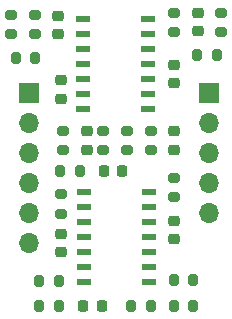
<source format=gts>
G04 #@! TF.GenerationSoftware,KiCad,Pcbnew,7.0.9*
G04 #@! TF.CreationDate,2023-12-12T21:55:40+01:00*
G04 #@! TF.ProjectId,Leveller,4c657665-6c6c-4657-922e-6b696361645f,rev?*
G04 #@! TF.SameCoordinates,Original*
G04 #@! TF.FileFunction,Soldermask,Top*
G04 #@! TF.FilePolarity,Negative*
%FSLAX46Y46*%
G04 Gerber Fmt 4.6, Leading zero omitted, Abs format (unit mm)*
G04 Created by KiCad (PCBNEW 7.0.9) date 2023-12-12 21:55:40*
%MOMM*%
%LPD*%
G01*
G04 APERTURE LIST*
G04 Aperture macros list*
%AMRoundRect*
0 Rectangle with rounded corners*
0 $1 Rounding radius*
0 $2 $3 $4 $5 $6 $7 $8 $9 X,Y pos of 4 corners*
0 Add a 4 corners polygon primitive as box body*
4,1,4,$2,$3,$4,$5,$6,$7,$8,$9,$2,$3,0*
0 Add four circle primitives for the rounded corners*
1,1,$1+$1,$2,$3*
1,1,$1+$1,$4,$5*
1,1,$1+$1,$6,$7*
1,1,$1+$1,$8,$9*
0 Add four rect primitives between the rounded corners*
20,1,$1+$1,$2,$3,$4,$5,0*
20,1,$1+$1,$4,$5,$6,$7,0*
20,1,$1+$1,$6,$7,$8,$9,0*
20,1,$1+$1,$8,$9,$2,$3,0*%
G04 Aperture macros list end*
%ADD10R,1.198880X0.497840*%
%ADD11RoundRect,0.225000X-0.250000X0.225000X-0.250000X-0.225000X0.250000X-0.225000X0.250000X0.225000X0*%
%ADD12RoundRect,0.200000X0.200000X0.275000X-0.200000X0.275000X-0.200000X-0.275000X0.200000X-0.275000X0*%
%ADD13RoundRect,0.200000X-0.200000X-0.275000X0.200000X-0.275000X0.200000X0.275000X-0.200000X0.275000X0*%
%ADD14RoundRect,0.200000X0.275000X-0.200000X0.275000X0.200000X-0.275000X0.200000X-0.275000X-0.200000X0*%
%ADD15R,1.700000X1.700000*%
%ADD16O,1.700000X1.700000*%
%ADD17RoundRect,0.200000X-0.275000X0.200000X-0.275000X-0.200000X0.275000X-0.200000X0.275000X0.200000X0*%
%ADD18RoundRect,0.225000X0.225000X0.250000X-0.225000X0.250000X-0.225000X-0.250000X0.225000X-0.250000X0*%
%ADD19RoundRect,0.225000X0.250000X-0.225000X0.250000X0.225000X-0.250000X0.225000X-0.250000X-0.225000X0*%
%ADD20RoundRect,0.225000X-0.225000X-0.250000X0.225000X-0.250000X0.225000X0.250000X-0.225000X0.250000X0*%
G04 APERTURE END LIST*
D10*
X45221560Y-37070000D03*
X45221560Y-35800000D03*
X45221560Y-34530000D03*
X45221560Y-33260000D03*
X45221560Y-31990000D03*
X45221560Y-30720000D03*
X45221560Y-29450000D03*
X39725000Y-29450000D03*
X39725000Y-30720000D03*
X39725000Y-31990000D03*
X39725000Y-33260000D03*
X39725000Y-34530000D03*
X39725000Y-35800000D03*
X39725000Y-37070000D03*
D11*
X40025000Y-38925000D03*
X40025000Y-40475000D03*
D12*
X45450000Y-53700000D03*
X43800000Y-53700000D03*
D13*
X49400000Y-32500000D03*
X51050000Y-32500000D03*
D11*
X37625000Y-29125000D03*
X37625000Y-30675000D03*
D14*
X33625000Y-30725000D03*
X33625000Y-29075000D03*
D11*
X37825000Y-34625000D03*
X37825000Y-36175000D03*
X37825000Y-47625000D03*
X37825000Y-49175000D03*
D14*
X45425000Y-40525000D03*
X45425000Y-38875000D03*
X51425000Y-30525000D03*
X51425000Y-28875000D03*
D15*
X50380000Y-35660000D03*
D16*
X50380000Y-38200000D03*
X50380000Y-40740000D03*
X50380000Y-43280000D03*
X50380000Y-45820000D03*
D17*
X47425000Y-28875000D03*
X47425000Y-30525000D03*
D12*
X37650000Y-51600000D03*
X36000000Y-51600000D03*
D13*
X37800000Y-42300000D03*
X39450000Y-42300000D03*
D18*
X41300000Y-53700000D03*
X39750000Y-53700000D03*
D19*
X47425000Y-40475000D03*
X47425000Y-38925000D03*
D20*
X41450000Y-42300000D03*
X43000000Y-42300000D03*
D17*
X41425000Y-38875000D03*
X41425000Y-40525000D03*
X35625000Y-29075000D03*
X35625000Y-30725000D03*
D13*
X47400000Y-51500000D03*
X49050000Y-51500000D03*
X47400000Y-53700000D03*
X49050000Y-53700000D03*
D11*
X49425000Y-28925000D03*
X49425000Y-30475000D03*
D15*
X35140000Y-35660000D03*
D16*
X35140000Y-38200000D03*
X35140000Y-40740000D03*
X35140000Y-43280000D03*
X35140000Y-45820000D03*
X35140000Y-48360000D03*
D19*
X47425000Y-34875000D03*
X47425000Y-33325000D03*
D13*
X36000000Y-53700000D03*
X37650000Y-53700000D03*
D17*
X38025000Y-38875000D03*
X38025000Y-40525000D03*
D14*
X47425000Y-44525000D03*
X47425000Y-42875000D03*
D13*
X34000000Y-32700000D03*
X35650000Y-32700000D03*
D17*
X43425000Y-38875000D03*
X43425000Y-40525000D03*
D10*
X45273280Y-51710000D03*
X45273280Y-50440000D03*
X45273280Y-49170000D03*
X45273280Y-47900000D03*
X45273280Y-46630000D03*
X45273280Y-45360000D03*
X45273280Y-44090000D03*
X39776720Y-44090000D03*
X39776720Y-45360000D03*
X39776720Y-46630000D03*
X39776720Y-47900000D03*
X39776720Y-49170000D03*
X39776720Y-50440000D03*
X39776720Y-51710000D03*
D11*
X47425000Y-46525000D03*
X47425000Y-48075000D03*
D17*
X37825000Y-44275000D03*
X37825000Y-45925000D03*
M02*

</source>
